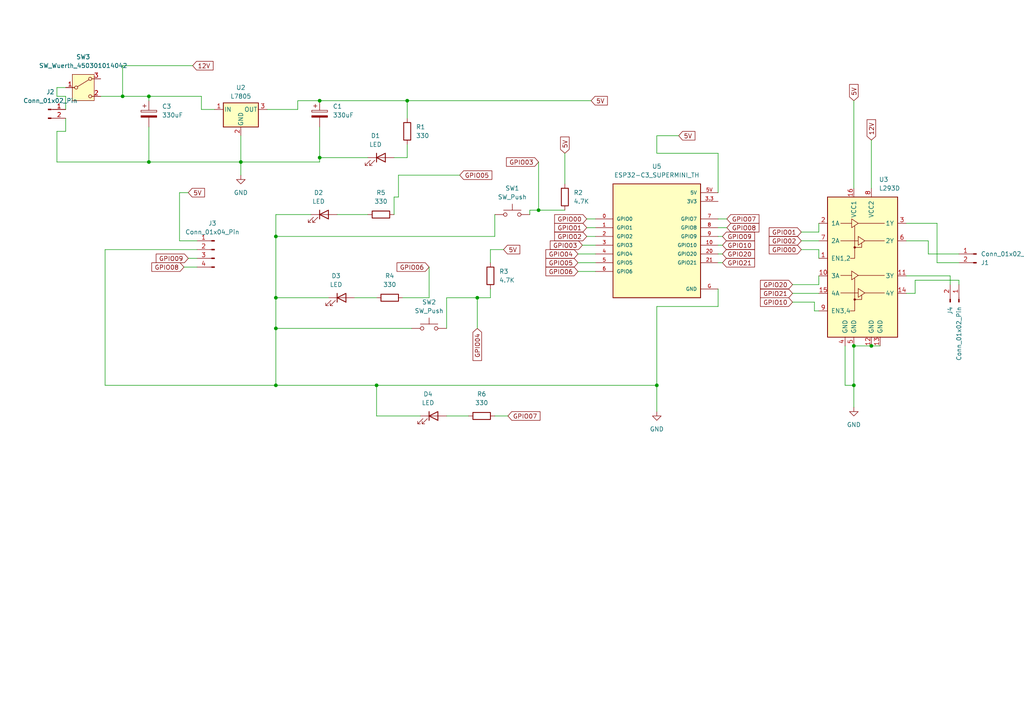
<source format=kicad_sch>
(kicad_sch (version 20231120) (generator "eeschema") (generator_version "8.0")
  (paper "A4")
  (lib_symbols
    (symbol "Connector:Conn_01x02_Pin" (pin_names (offset 1.016) hide)
      (property "Reference" "J" (at 0 2.54 0))
      (property "Value" "Conn_01x02_Pin" (at 0 -5.08 0))
      (symbol "Conn_01x02_Pin_1_1"
        (polyline (pts (xy 1.27 -2.54) (xy 0.8636 -2.54)) (stroke (width 0.1524)))
        (polyline (pts (xy 1.27 0) (xy 0.8636 0)) (stroke (width 0.1524)))
        (rectangle (start 0.8636 -2.413) (end 0 -2.667) (stroke (width 0.1524)) (fill (type outline)))
        (rectangle (start 0.8636 0.127) (end 0 -0.127) (stroke (width 0.1524)) (fill (type outline)))
        (pin passive line (at 5.08 0 180) (length 3.81) (name "Pin_1") (number "1"))
        (pin passive line (at 5.08 -2.54 180) (length 3.81) (name "Pin_2") (number "2"))
      )
    )
    (symbol "Connector:Conn_01x04_Pin" (pin_names (offset 1.016) hide)
      (property "Reference" "J" (at 0 5.08 0))
      (property "Value" "Conn_01x04_Pin" (at 0 -7.62 0))
      (symbol "Conn_01x04_Pin_1_1"
        (polyline (pts (xy 1.27 -5.08) (xy 0.8636 -5.08)) (stroke (width 0.1524)))
        (polyline (pts (xy 1.27 -2.54) (xy 0.8636 -2.54)) (stroke (width 0.1524)))
        (polyline (pts (xy 1.27 0) (xy 0.8636 0)) (stroke (width 0.1524)))
        (polyline (pts (xy 1.27 2.54) (xy 0.8636 2.54)) (stroke (width 0.1524)))
        (rectangle (start 0.8636 -4.953) (end 0 -5.207) (stroke (width 0.1524)) (fill (type outline)))
        (rectangle (start 0.8636 -2.413) (end 0 -2.667) (stroke (width 0.1524)) (fill (type outline)))
        (rectangle (start 0.8636 0.127) (end 0 -0.127) (stroke (width 0.1524)) (fill (type outline)))
        (rectangle (start 0.8636 2.667) (end 0 2.413) (stroke (width 0.1524)) (fill (type outline)))
        (pin passive line (at 5.08 2.54 180) (length 3.81) (name "Pin_1") (number "1"))
        (pin passive line (at 5.08 0 180) (length 3.81) (name "Pin_2") (number "2"))
        (pin passive line (at 5.08 -2.54 180) (length 3.81) (name "Pin_3") (number "3"))
        (pin passive line (at 5.08 -5.08 180) (length 3.81) (name "Pin_4") (number "4"))
      )
    )
    (symbol "Device:C_Polarized" (pin_numbers hide) (pin_names (offset 0.254))
      (property "Reference" "C" (at 0.635 2.54 0))
      (property "Value" "C_Polarized" (at 0.635 -2.54 0))
      (symbol "C_Polarized_0_1"
        (rectangle (start -2.286 0.508) (end 2.286 1.016))
        (polyline (pts (xy -1.778 2.286) (xy -0.762 2.286)))
        (polyline (pts (xy -1.27 2.794) (xy -1.27 1.778)))
        (rectangle (start 2.286 -0.508) (end -2.286 -1.016) (fill (type outline)))
      )
      (symbol "C_Polarized_1_1"
        (pin passive line (at 0 3.81 270) (length 2.794) (name "~") (number "1"))
        (pin passive line (at 0 -3.81 90) (length 2.794) (name "~") (number "2"))
      )
    )
    (symbol "Device:LED" (pin_numbers hide) (pin_names (offset 1.016) hide)
      (property "Reference" "D" (at 0 2.54 0))
      (property "Value" "LED" (at 0 -2.54 0))
      (symbol "LED_0_1"
        (polyline (pts (xy -1.27 -1.27) (xy -1.27 1.27)) (stroke (width 0.254)))
        (polyline (pts (xy -1.27 0) (xy 1.27 0)))
        (polyline (pts (xy 1.27 -1.27) (xy 1.27 1.27) (xy -1.27 0) (xy 1.27 -1.27)) (stroke (width 0.254)))
        (polyline (pts (xy -3.048 -0.762) (xy -4.572 -2.286) (xy -3.81 -2.286) (xy -4.572 -2.286) (xy -4.572 -1.524)))
        (polyline (pts (xy -1.778 -0.762) (xy -3.302 -2.286) (xy -2.54 -2.286) (xy -3.302 -2.286) (xy -3.302 -1.524)))
      )
      (symbol "LED_1_1"
        (pin passive line (at -3.81 0 0) (length 2.54) (name "K") (number "1"))
        (pin passive line (at 3.81 0 180) (length 2.54) (name "A") (number "2"))
      )
    )
    (symbol "Device:R" (pin_numbers hide) (pin_names (offset 0))
      (property "Reference" "R" (at 2.032 0 90))
      (property "Value" "R" (at 0 0 90))
      (symbol "R_0_1"
        (rectangle (start -1.016 -2.54) (end 1.016 2.54) (stroke (width 0.254)))
      )
      (symbol "R_1_1"
        (pin passive line (at 0 3.81 270) (length 1.27) (name "~") (number "1"))
        (pin passive line (at 0 -3.81 90) (length 1.27) (name "~") (number "2"))
      )
    )
    (symbol "Driver_Motor:L293D" (pin_names (offset 1.016))
      (property "Reference" "U" (at -5.08 26.035 0))
      (property "Value" "L293D" (at -5.08 24.13 0))
      (symbol "L293D_0_1"
        (rectangle (start -10.16 22.86) (end 10.16 -17.78) (stroke (width 0.254)) (fill (type background)))
        (circle (center -2.286 -6.858) (radius 0.254) (fill (type outline)))
        (circle (center -2.286 8.255) (radius 0.254) (fill (type outline)))
        (polyline (pts (xy -6.35 -4.953) (xy -1.27 -4.953)))
        (polyline (pts (xy -6.35 0.127) (xy -3.175 0.127)))
        (polyline (pts (xy -6.35 10.16) (xy -1.27 10.16)))
        (polyline (pts (xy -6.35 15.24) (xy -3.175 15.24)))
        (polyline (pts (xy -1.27 0.127) (xy 6.35 0.127)))
        (polyline (pts (xy -1.27 15.24) (xy 6.35 15.24)))
        (polyline (pts (xy 0.635 -4.953) (xy 6.35 -4.953)))
        (polyline (pts (xy 0.635 10.16) (xy 6.35 10.16)))
        (polyline (pts (xy -2.286 -6.858) (xy -0.254 -6.858) (xy -0.254 -5.588)))
        (polyline (pts (xy -2.286 -0.635) (xy -2.286 -10.16) (xy -3.556 -10.16)))
        (polyline (pts (xy -2.286 8.255) (xy -0.254 8.255) (xy -0.254 9.525)))
        (polyline (pts (xy -2.286 14.478) (xy -2.286 5.08) (xy -3.556 5.08)))
        (polyline (pts (xy -3.175 1.397) (xy -3.175 -1.143) (xy -1.27 0.127) (xy -3.175 1.397)))
        (polyline (pts (xy -3.175 16.51) (xy -3.175 13.97) (xy -1.27 15.24) (xy -3.175 16.51)))
        (polyline (pts (xy -1.27 -3.683) (xy -1.27 -6.223) (xy 0.635 -4.953) (xy -1.27 -3.683)))
        (polyline (pts (xy -1.27 11.43) (xy -1.27 8.89) (xy 0.635 10.16) (xy -1.27 11.43)))
      )
      (symbol "L293D_1_1"
        (pin input line (at -12.7 5.08 0) (length 2.54) (name "EN1,2") (number "1"))
        (pin input line (at -12.7 0 0) (length 2.54) (name "3A") (number "10"))
        (pin output line (at 12.7 0 180) (length 2.54) (name "3Y") (number "11"))
        (pin power_in line (at 2.54 -20.32 90) (length 2.54) (name "GND") (number "12"))
        (pin power_in line (at 5.08 -20.32 90) (length 2.54) (name "GND") (number "13"))
        (pin output line (at 12.7 -5.08 180) (length 2.54) (name "4Y") (number "14"))
        (pin input line (at -12.7 -5.08 0) (length 2.54) (name "4A") (number "15"))
        (pin power_in line (at -2.54 25.4 270) (length 2.54) (name "VCC1") (number "16"))
        (pin input line (at -12.7 15.24 0) (length 2.54) (name "1A") (number "2"))
        (pin output line (at 12.7 15.24 180) (length 2.54) (name "1Y") (number "3"))
        (pin power_in line (at -5.08 -20.32 90) (length 2.54) (name "GND") (number "4"))
        (pin power_in line (at -2.54 -20.32 90) (length 2.54) (name "GND") (number "5"))
        (pin output line (at 12.7 10.16 180) (length 2.54) (name "2Y") (number "6"))
        (pin input line (at -12.7 10.16 0) (length 2.54) (name "2A") (number "7"))
        (pin power_in line (at 2.54 25.4 270) (length 2.54) (name "VCC2") (number "8"))
        (pin input line (at -12.7 -10.16 0) (length 2.54) (name "EN3,4") (number "9"))
      )
    )
    (symbol "ESP32-C3_SUPERMINI_TH:ESP32-C3_SUPERMINI_TH" (pin_names (offset 1.016))
      (property "Reference" "U" (at -12.7 16.002 0))
      (property "Value" "ESP32-C3_SUPERMINI_TH" (at -12.7 -20.32 0))
      (symbol "ESP32-C3_SUPERMINI_TH_0_0"
        (rectangle (start -12.7 -17.78) (end 12.7 15.24) (stroke (width 0.254)) (fill (type background)))
        (pin bidirectional line (at -17.78 5.08 0) (length 5.08) (name "GPIO0") (number "0"))
        (pin bidirectional line (at -17.78 2.54 0) (length 5.08) (name "GPIO1") (number "1"))
        (pin bidirectional line (at 17.78 -2.54 180) (length 5.08) (name "GPIO10") (number "10"))
        (pin bidirectional line (at -17.78 0 0) (length 5.08) (name "GPIO2") (number "2"))
        (pin bidirectional line (at 17.78 -5.08 180) (length 5.08) (name "GPIO20") (number "20"))
        (pin bidirectional line (at 17.78 -7.62 180) (length 5.08) (name "GPIO21") (number "21"))
        (pin bidirectional line (at -17.78 -2.54 0) (length 5.08) (name "GPIO3") (number "3"))
        (pin power_in line (at 17.78 10.16 180) (length 5.08) (name "3V3") (number "3.3"))
        (pin bidirectional line (at -17.78 -5.08 0) (length 5.08) (name "GPIO4") (number "4"))
        (pin bidirectional line (at -17.78 -7.62 0) (length 5.08) (name "GPIO5") (number "5"))
        (pin power_in line (at 17.78 12.7 180) (length 5.08) (name "5V") (number "5V"))
        (pin bidirectional line (at -17.78 -10.16 0) (length 5.08) (name "GPIO6") (number "6"))
        (pin bidirectional line (at 17.78 5.08 180) (length 5.08) (name "GPIO7") (number "7"))
        (pin bidirectional line (at 17.78 2.54 180) (length 5.08) (name "GPIO8") (number "8"))
        (pin bidirectional line (at 17.78 0 180) (length 5.08) (name "GPIO9") (number "9"))
        (pin power_in line (at 17.78 -15.24 180) (length 5.08) (name "GND") (number "G"))
      )
    )
    (symbol "Regulator_Linear:L7805" (pin_names (offset 0.254))
      (property "Reference" "U" (at -3.81 3.175 0))
      (property "Value" "L7805" (at 0 3.175 0))
      (symbol "L7805_0_1"
        (rectangle (start -5.08 1.905) (end 5.08 -5.08) (stroke (width 0.254)) (fill (type background)))
      )
      (symbol "L7805_1_1"
        (pin power_in line (at -7.62 0 0) (length 2.54) (name "IN") (number "1"))
        (pin power_in line (at 0 -7.62 90) (length 2.54) (name "GND") (number "2"))
        (pin power_out line (at 7.62 0 180) (length 2.54) (name "OUT") (number "3"))
      )
    )
    (symbol "Switch:SW_Push" (pin_numbers hide) (pin_names (offset 1.016) hide)
      (property "Reference" "SW" (at 1.27 2.54 0))
      (property "Value" "SW_Push" (at 0 -1.524 0))
      (symbol "SW_Push_0_1"
        (circle (center -2.032 0) (radius 0.508))
        (polyline (pts (xy 0 1.27) (xy 0 3.048)))
        (polyline (pts (xy 2.54 1.27) (xy -2.54 1.27)))
        (circle (center 2.032 0) (radius 0.508))
        (pin passive line (at -5.08 0 0) (length 2.54) (name "1") (number "1"))
        (pin passive line (at 5.08 0 180) (length 2.54) (name "2") (number "2"))
      )
    )
    (symbol "Switch:SW_Wuerth_450301014042" (pin_names (offset 1) hide)
      (property "Reference" "SW" (at 0 5.08 0))
      (property "Value" "SW_Wuerth_450301014042" (at 0 -5.08 0))
      (symbol "SW_Wuerth_450301014042_0_1"
        (circle (center -2.032 0) (radius 0.4572))
        (polyline (pts (xy -1.651 0.254) (xy 1.651 2.286)))
        (circle (center 2.032 -2.54) (radius 0.4572))
        (circle (center 2.032 2.54) (radius 0.4572))
      )
      (symbol "SW_Wuerth_450301014042_1_1"
        (rectangle (start -3.175 3.81) (end 3.175 -3.81) (fill (type background)))
        (pin passive line (at -5.08 0 0) (length 2.54) (name "B") (number "1"))
        (pin passive line (at 5.08 -2.54 180) (length 2.54) (name "C") (number "2"))
        (pin passive line (at 5.08 2.54 180) (length 2.54) (name "A") (number "3"))
      )
    )
    (symbol "power:GND" (power) (pin_numbers hide) (pin_names (offset 0) hide)
      (property "Value" "GND" (at 0 -3.81 0))
      (symbol "GND_0_1"
        (polyline (pts (xy 0 0) (xy 0 -1.27) (xy 1.27 -1.27) (xy 0 -2.54) (xy -1.27 -1.27) (xy 0 -1.27)))
      )
      (symbol "GND_1_1"
        (pin power_in line (at 0 0 270) (length 0) (name "~") (number "1"))
      )
    )
  )
  (junction (at 247.65 100.33))
  (junction (at 80.01 68.58))
  (junction (at 69.85 46.99))
  (junction (at 109.22 111.76))
  (junction (at 80.01 86.36))
  (junction (at 118.11 29.21))
  (junction (at 43.18 27.94))
  (junction (at 80.01 111.76))
  (junction (at 156.21 60.96))
  (junction (at 35.56 27.94))
  (junction (at 92.71 29.21))
  (junction (at 247.65 111.76))
  (junction (at 92.71 45.72))
  (junction (at 43.18 46.99))
  (junction (at 80.01 95.25))
  (junction (at 190.5 111.76))
  (junction (at 252.73 100.33))
  (junction (at 138.43 86.36))
  (wire (pts (xy 262.89 80.01) (xy 275.59 80.01)))
  (wire (pts (xy 16.51 25.4) (xy 19.05 25.4)))
  (wire (pts (xy 69.85 46.99) (xy 69.85 50.8)))
  (wire (pts (xy 167.64 78.74) (xy 172.72 78.74)))
  (wire (pts (xy 80.01 95.25) (xy 80.01 111.76)))
  (wire (pts (xy 208.28 73.66) (xy 209.55 73.66)))
  (wire (pts (xy 269.24 69.85) (xy 262.89 69.85)))
  (wire (pts (xy 275.59 80.01) (xy 275.59 82.55)))
  (wire (pts (xy 143.51 120.65) (xy 147.32 120.65)))
  (wire (pts (xy 80.01 86.36) (xy 95.25 86.36)))
  (wire (pts (xy 54.61 74.93) (xy 57.15 74.93)))
  (wire (pts (xy 92.71 29.21) (xy 118.11 29.21)))
  (wire (pts (xy 124.46 86.36) (xy 116.84 86.36)))
  (wire (pts (xy 170.18 68.58) (xy 172.72 68.58)))
  (wire (pts (xy 271.78 76.2) (xy 278.13 76.2)))
  (wire (pts (xy 115.57 50.8) (xy 115.57 57.15)))
  (wire (pts (xy 262.89 64.77) (xy 271.78 64.77)))
  (wire (pts (xy 118.11 29.21) (xy 118.11 34.29)))
  (wire (pts (xy 208.28 71.12) (xy 209.55 71.12)))
  (wire (pts (xy 80.01 68.58) (xy 80.01 86.36)))
  (wire (pts (xy 190.5 88.9) (xy 190.5 111.76)))
  (wire (pts (xy 80.01 62.23) (xy 80.01 68.58)))
  (wire (pts (xy 92.71 36.83) (xy 92.71 45.72)))
  (wire (pts (xy 208.28 88.9) (xy 190.5 88.9)))
  (wire (pts (xy 208.28 55.88) (xy 208.28 44.45)))
  (wire (pts (xy 252.73 40.64) (xy 252.73 54.61)))
  (wire (pts (xy 109.22 111.76) (xy 190.5 111.76)))
  (wire (pts (xy 35.56 19.05) (xy 35.56 27.94)))
  (wire (pts (xy 208.28 68.58) (xy 209.55 68.58)))
  (wire (pts (xy 58.42 27.94) (xy 58.42 31.75)))
  (wire (pts (xy 30.48 72.39) (xy 30.48 111.76)))
  (wire (pts (xy 252.73 100.33) (xy 255.27 100.33)))
  (wire (pts (xy 109.22 120.65) (xy 109.22 111.76)))
  (wire (pts (xy 247.65 111.76) (xy 247.65 118.11)))
  (wire (pts (xy 80.01 68.58) (xy 143.51 68.58)))
  (wire (pts (xy 237.49 80.01) (xy 237.49 82.55)))
  (wire (pts (xy 190.5 111.76) (xy 190.5 119.38)))
  (wire (pts (xy 232.41 72.39) (xy 237.49 72.39)))
  (wire (pts (xy 52.07 55.88) (xy 52.07 69.85)))
  (wire (pts (xy 271.78 64.77) (xy 271.78 76.2)))
  (wire (pts (xy 265.43 81.28) (xy 278.13 81.28)))
  (wire (pts (xy 16.51 38.1) (xy 16.51 46.99)))
  (wire (pts (xy 115.57 50.8) (xy 133.35 50.8)))
  (wire (pts (xy 124.46 77.47) (xy 124.46 86.36)))
  (wire (pts (xy 90.17 62.23) (xy 80.01 62.23)))
  (wire (pts (xy 80.01 111.76) (xy 109.22 111.76)))
  (wire (pts (xy 262.89 85.09) (xy 265.43 85.09)))
  (wire (pts (xy 114.3 57.15) (xy 114.3 62.23)))
  (wire (pts (xy 229.87 85.09) (xy 237.49 85.09)))
  (wire (pts (xy 163.83 44.45) (xy 163.83 53.34)))
  (wire (pts (xy 156.21 60.96) (xy 163.83 60.96)))
  (wire (pts (xy 247.65 29.21) (xy 247.65 54.61)))
  (wire (pts (xy 69.85 46.99) (xy 69.85 39.37)))
  (wire (pts (xy 92.71 45.72) (xy 106.68 45.72)))
  (wire (pts (xy 43.18 27.94) (xy 43.18 29.21)))
  (wire (pts (xy 129.54 86.36) (xy 129.54 95.25)))
  (wire (pts (xy 142.24 86.36) (xy 138.43 86.36)))
  (wire (pts (xy 92.71 45.72) (xy 92.71 46.99)))
  (wire (pts (xy 245.11 111.76) (xy 247.65 111.76)))
  (wire (pts (xy 58.42 31.75) (xy 62.23 31.75)))
  (wire (pts (xy 236.22 90.17) (xy 236.22 87.63)))
  (wire (pts (xy 35.56 27.94) (xy 43.18 27.94)))
  (wire (pts (xy 237.49 74.93) (xy 237.49 72.39)))
  (wire (pts (xy 142.24 72.39) (xy 142.24 76.2)))
  (wire (pts (xy 229.87 82.55) (xy 237.49 82.55)))
  (wire (pts (xy 118.11 45.72) (xy 114.3 45.72)))
  (wire (pts (xy 247.65 100.33) (xy 252.73 100.33)))
  (wire (pts (xy 278.13 73.66) (xy 269.24 73.66)))
  (wire (pts (xy 52.07 55.88) (xy 54.61 55.88)))
  (wire (pts (xy 167.64 76.2) (xy 172.72 76.2)))
  (wire (pts (xy 129.54 120.65) (xy 135.89 120.65)))
  (wire (pts (xy 237.49 64.77) (xy 237.49 67.31)))
  (wire (pts (xy 143.51 62.23) (xy 143.51 68.58)))
  (wire (pts (xy 80.01 86.36) (xy 80.01 95.25)))
  (wire (pts (xy 43.18 46.99) (xy 69.85 46.99)))
  (wire (pts (xy 138.43 86.36) (xy 138.43 95.25)))
  (wire (pts (xy 170.18 63.5) (xy 172.72 63.5)))
  (wire (pts (xy 19.05 31.75) (xy 19.05 27.94)))
  (wire (pts (xy 237.49 67.31) (xy 232.41 67.31)))
  (wire (pts (xy 278.13 81.28) (xy 278.13 82.55)))
  (wire (pts (xy 168.91 71.12) (xy 172.72 71.12)))
  (wire (pts (xy 232.41 69.85) (xy 237.49 69.85)))
  (wire (pts (xy 16.51 46.99) (xy 43.18 46.99)))
  (wire (pts (xy 118.11 29.21) (xy 171.45 29.21)))
  (wire (pts (xy 167.64 73.66) (xy 172.72 73.66)))
  (wire (pts (xy 170.18 66.04) (xy 172.72 66.04)))
  (wire (pts (xy 142.24 72.39) (xy 146.05 72.39)))
  (wire (pts (xy 80.01 95.25) (xy 119.38 95.25)))
  (wire (pts (xy 97.79 62.23) (xy 106.68 62.23)))
  (wire (pts (xy 121.92 120.65) (xy 109.22 120.65)))
  (wire (pts (xy 190.5 39.37) (xy 196.85 39.37)))
  (wire (pts (xy 43.18 27.94) (xy 58.42 27.94)))
  (wire (pts (xy 86.36 31.75) (xy 86.36 29.21)))
  (wire (pts (xy 269.24 69.85) (xy 269.24 73.66)))
  (wire (pts (xy 53.34 77.47) (xy 57.15 77.47)))
  (wire (pts (xy 115.57 57.15) (xy 114.3 57.15)))
  (wire (pts (xy 142.24 83.82) (xy 142.24 86.36)))
  (wire (pts (xy 208.28 83.82) (xy 208.28 88.9)))
  (wire (pts (xy 129.54 86.36) (xy 138.43 86.36)))
  (wire (pts (xy 102.87 86.36) (xy 109.22 86.36)))
  (wire (pts (xy 86.36 29.21) (xy 92.71 29.21)))
  (wire (pts (xy 35.56 19.05) (xy 55.88 19.05)))
  (wire (pts (xy 19.05 38.1) (xy 16.51 38.1)))
  (wire (pts (xy 229.87 87.63) (xy 236.22 87.63)))
  (wire (pts (xy 247.65 111.76) (xy 247.65 100.33)))
  (wire (pts (xy 92.71 46.99) (xy 69.85 46.99)))
  (wire (pts (xy 30.48 72.39) (xy 57.15 72.39)))
  (wire (pts (xy 208.28 76.2) (xy 209.55 76.2)))
  (wire (pts (xy 153.67 60.96) (xy 153.67 62.23)))
  (wire (pts (xy 77.47 31.75) (xy 86.36 31.75)))
  (wire (pts (xy 153.67 60.96) (xy 156.21 60.96)))
  (wire (pts (xy 30.48 111.76) (xy 80.01 111.76)))
  (wire (pts (xy 16.51 27.94) (xy 16.51 25.4)))
  (wire (pts (xy 237.49 90.17) (xy 236.22 90.17)))
  (wire (pts (xy 52.07 69.85) (xy 57.15 69.85)))
  (wire (pts (xy 118.11 41.91) (xy 118.11 45.72)))
  (wire (pts (xy 208.28 66.04) (xy 210.82 66.04)))
  (wire (pts (xy 245.11 100.33) (xy 245.11 111.76)))
  (wire (pts (xy 208.28 44.45) (xy 190.5 44.45)))
  (wire (pts (xy 190.5 44.45) (xy 190.5 39.37)))
  (wire (pts (xy 19.05 27.94) (xy 16.51 27.94)))
  (wire (pts (xy 19.05 34.29) (xy 19.05 38.1)))
  (wire (pts (xy 29.21 27.94) (xy 35.56 27.94)))
  (wire (pts (xy 208.28 63.5) (xy 210.82 63.5)))
  (wire (pts (xy 156.21 46.99) (xy 156.21 60.96)))
  (wire (pts (xy 43.18 36.83) (xy 43.18 46.99)))
  (wire (pts (xy 265.43 85.09) (xy 265.43 81.28)))
  (global_label "GPIO01" (shape input) (at 232.41 67.31 180) (property "Intersheetrefs" "${INTERSHEET_REFS}" (effects (hide yes))))
  (global_label "GPIO07" (shape input) (at 210.82 63.5 0) (property "Intersheetrefs" "${INTERSHEET_REFS}" (effects (hide yes))))
  (global_label "GPIO20" (shape input) (at 229.87 82.55 180) (property "Intersheetrefs" "${INTERSHEET_REFS}" (effects (hide yes))))
  (global_label "5V" (shape input) (at 247.65 29.21 90) (property "Intersheetrefs" "${INTERSHEET_REFS}" (effects (hide yes))))
  (global_label "GPIO03" (shape input) (at 168.91 71.12 180) (property "Intersheetrefs" "${INTERSHEET_REFS}" (effects (hide yes))))
  (global_label "GPIO00" (shape input) (at 170.18 63.5 180) (property "Intersheetrefs" "${INTERSHEET_REFS}" (effects (hide yes))))
  (global_label "GPIO08" (shape input) (at 53.34 77.47 180) (property "Intersheetrefs" "${INTERSHEET_REFS}" (effects (hide yes))))
  (global_label "GPIO00" (shape input) (at 232.41 72.39 180) (property "Intersheetrefs" "${INTERSHEET_REFS}" (effects (hide yes))))
  (global_label "5V" (shape input) (at 54.61 55.88 0) (property "Intersheetrefs" "${INTERSHEET_REFS}" (effects (hide yes))))
  (global_label "GPIO09" (shape input) (at 209.55 68.58 0) (property "Intersheetrefs" "${INTERSHEET_REFS}" (effects (hide yes))))
  (global_label "5V" (shape input) (at 146.05 72.39 0) (property "Intersheetrefs" "${INTERSHEET_REFS}" (effects (hide yes))))
  (global_label "GPIO07" (shape input) (at 147.32 120.65 0) (property "Intersheetrefs" "${INTERSHEET_REFS}" (effects (hide yes))))
  (global_label "GPIO06" (shape input) (at 167.64 78.74 180) (property "Intersheetrefs" "${INTERSHEET_REFS}" (effects (hide yes))))
  (global_label "GPIO02" (shape input) (at 232.41 69.85 180) (property "Intersheetrefs" "${INTERSHEET_REFS}" (effects (hide yes))))
  (global_label "GPIO04" (shape input) (at 138.43 95.25 270) (property "Intersheetrefs" "${INTERSHEET_REFS}" (effects (hide yes))))
  (global_label "GPIO21" (shape input) (at 229.87 85.09 180) (property "Intersheetrefs" "${INTERSHEET_REFS}" (effects (hide yes))))
  (global_label "GPIO10" (shape input) (at 229.87 87.63 180) (property "Intersheetrefs" "${INTERSHEET_REFS}" (effects (hide yes))))
  (global_label "GPIO03" (shape input) (at 156.21 46.99 180) (property "Intersheetrefs" "${INTERSHEET_REFS}" (effects (hide yes))))
  (global_label "5V" (shape input) (at 163.83 44.45 90) (property "Intersheetrefs" "${INTERSHEET_REFS}" (effects (hide yes))))
  (global_label "GPIO02" (shape input) (at 170.18 68.58 180) (property "Intersheetrefs" "${INTERSHEET_REFS}" (effects (hide yes))))
  (global_label "GPIO10" (shape input) (at 209.55 71.12 0) (property "Intersheetrefs" "${INTERSHEET_REFS}" (effects (hide yes))))
  (global_label "GPIO09" (shape input) (at 54.61 74.93 180) (property "Intersheetrefs" "${INTERSHEET_REFS}" (effects (hide yes))))
  (global_label "GPIO04" (shape input) (at 167.64 73.66 180) (property "Intersheetrefs" "${INTERSHEET_REFS}" (effects (hide yes))))
  (global_label "GPIO01" (shape input) (at 170.18 66.04 180) (property "Intersheetrefs" "${INTERSHEET_REFS}" (effects (hide yes))))
  (global_label "GPIO20" (shape input) (at 209.55 73.66 0) (property "Intersheetrefs" "${INTERSHEET_REFS}" (effects (hide yes))))
  (global_label "12V" (shape input) (at 55.88 19.05 0) (property "Intersheetrefs" "${INTERSHEET_REFS}" (effects (hide yes))))
  (global_label "5V" (shape input) (at 171.45 29.21 0) (property "Intersheetrefs" "${INTERSHEET_REFS}" (effects (hide yes))))
  (global_label "GPIO05" (shape input) (at 167.64 76.2 180) (property "Intersheetrefs" "${INTERSHEET_REFS}" (effects (hide yes))))
  (global_label "GPIO06" (shape input) (at 124.46 77.47 180) (property "Intersheetrefs" "${INTERSHEET_REFS}" (effects (hide yes))))
  (global_label "5V" (shape input) (at 196.85 39.37 0) (property "Intersheetrefs" "${INTERSHEET_REFS}" (effects (hide yes))))
  (global_label "GPIO05" (shape input) (at 133.35 50.8 0) (property "Intersheetrefs" "${INTERSHEET_REFS}" (effects (hide yes))))
  (global_label "GPIO08" (shape input) (at 210.82 66.04 0) (property "Intersheetrefs" "${INTERSHEET_REFS}" (effects (hide yes))))
  (global_label "12V" (shape input) (at 252.73 40.64 90) (property "Intersheetrefs" "${INTERSHEET_REFS}" (effects (hide yes))))
  (global_label "GPIO21" (shape input) (at 209.55 76.2 0) (property "Intersheetrefs" "${INTERSHEET_REFS}" (effects (hide yes))))
  (symbol (lib_id "Connector:Conn_01x02_Pin") (at 283.21 73.66 0) (mirror y) (unit 1)
    (property "Reference" "J1" (at 284.48 76.2001 0) (effects (justify right)))
    (property "Value" "Conn_01x02_Pin" (at 284.48 73.6601 0) (effects (justify right)))
    (property "Footprint" "Connector_JST:JST_XH_B2B-XH-A_1x02_P2.50mm_Vertical" (effects (hide yes)))
    (property "Description" "Generic connector, single row, 01x02, script generated" (effects (hide yes)))
  )
  (symbol (lib_id "Switch:SW_Push") (at 148.59 62.23 0) (unit 1)
    (property "Reference" "SW1" (at 148.59 54.61 0))
    (property "Value" "SW_Push" (at 148.59 57.15 0))
    (property "Footprint" "Button_Switch_THT:SW_TH_Tactile_Omron_B3F-10xx" (effects (hide yes)))
    (property "Description" "Push button switch, generic, two pins" (effects (hide yes)))
  )
  (symbol (lib_id "Device:LED") (at 125.73 120.65 0) (unit 1)
    (property "Reference" "D4" (at 124.1425 114.3 0))
    (property "Value" "LED" (at 124.1425 116.84 0))
    (property "Footprint" "LED_THT:LED_D3.0mm" (effects (hide yes)))
    (property "Description" "Light emitting diode" (effects (hide yes)))
  )
  (symbol (lib_id "Device:R") (at 110.49 62.23 270) (unit 1)
    (property "Reference" "R5" (at 110.49 55.88 90))
    (property "Value" "330" (at 110.49 58.42 90))
    (property "Footprint" "Resistor_THT:R_Axial_DIN0207_L6.3mm_D2.5mm_P10.16mm_Horizontal" (effects (hide yes)))
    (property "Description" "Resistor" (effects (hide yes)))
  )
  (symbol (lib_id "Device:LED") (at 110.49 45.72 0) (unit 1)
    (property "Reference" "D1" (at 108.9025 39.37 0))
    (property "Value" "LED" (at 108.9025 41.91 0))
    (property "Footprint" "LED_THT:LED_D3.0mm" (effects (hide yes)))
    (property "Description" "Light emitting diode" (effects (hide yes)))
  )
  (symbol (lib_id "Connector:Conn_01x02_Pin") (at 278.13 87.63 270) (mirror x) (unit 1)
    (property "Reference" "J4" (at 275.5899 88.9 0) (effects (justify right)))
    (property "Value" "Conn_01x02_Pin" (at 278.1299 88.9 0) (effects (justify right)))
    (property "Footprint" "Connector_JST:JST_XH_B2B-XH-A_1x02_P2.50mm_Vertical" (effects (hide yes)))
    (property "Description" "Generic connector, single row, 01x02, script generated" (effects (hide yes)))
  )
  (symbol (lib_id "Connector:Conn_01x04_Pin") (at 62.23 72.39 0) (mirror y) (unit 1)
    (property "Reference" "J3" (at 61.595 64.77 0))
    (property "Value" "Conn_01x04_Pin" (at 61.595 67.31 0))
    (property "Footprint" "Connector_PinHeader_2.54mm:PinHeader_1x04_P2.54mm_Vertical" (effects (hide yes)))
    (property "Description" "Generic connector, single row, 01x04, script generated" (effects (hide yes)))
  )
  (symbol (lib_id "Driver_Motor:L293D") (at 250.19 80.01 0) (unit 1)
    (property "Reference" "U3" (at 254.9241 52.07 0) (effects (justify left)))
    (property "Value" "L293D" (at 254.9241 54.61 0) (effects (justify left)))
    (property "Footprint" "Package_DIP:DIP-16_W7.62mm" (effects (hide yes)))
    (property "Datasheet" "http://www.ti.com/lit/ds/symlink/l293.pdf" (effects (hide yes)))
    (property "Description" "Quadruple Half-H Drivers" (effects (hide yes)))
  )
  (symbol (lib_id "power:GND") (at 247.65 118.11 0) (unit 1)
    (property "Reference" "#PWR03" (effects (hide yes)))
    (property "Value" "GND" (at 247.65 123.19 0))
    (property "Description" "Power symbol creates a global label with name \"GND\" , ground" (effects (hide yes)))
  )
  (symbol (lib_id "Device:LED") (at 99.06 86.36 0) (unit 1)
    (property "Reference" "D3" (at 97.4725 80.01 0))
    (property "Value" "LED" (at 97.4725 82.55 0))
    (property "Footprint" "LED_THT:LED_D3.0mm" (effects (hide yes)))
    (property "Description" "Light emitting diode" (effects (hide yes)))
  )
  (symbol (lib_id "Device:R") (at 163.83 57.15 0) (unit 1)
    (property "Reference" "R2" (at 166.37 55.8799 0) (effects (justify left)))
    (property "Value" "4.7K" (at 166.37 58.4199 0) (effects (justify left)))
    (property "Footprint" "Resistor_THT:R_Axial_DIN0207_L6.3mm_D2.5mm_P10.16mm_Horizontal" (effects (hide yes)))
    (property "Description" "Resistor" (effects (hide yes)))
  )
  (symbol (lib_id "Connector:Conn_01x02_Pin") (at 13.97 31.75 0) (unit 1)
    (property "Reference" "J2" (at 14.605 26.67 0))
    (property "Value" "Conn_01x02_Pin" (at 14.605 29.21 0))
    (property "Footprint" "Connector_JST:JST_XH_B2B-XH-A_1x02_P2.50mm_Vertical" (effects (hide yes)))
    (property "Description" "Generic connector, single row, 01x02, script generated" (effects (hide yes)))
  )
  (symbol (lib_id "Device:R") (at 113.03 86.36 270) (unit 1)
    (property "Reference" "R4" (at 113.03 80.01 90))
    (property "Value" "330" (at 113.03 82.55 90))
    (property "Footprint" "Resistor_THT:R_Axial_DIN0207_L6.3mm_D2.5mm_P10.16mm_Horizontal" (effects (hide yes)))
    (property "Description" "Resistor" (effects (hide yes)))
  )
  (symbol (lib_id "Switch:SW_Push") (at 124.46 95.25 0) (unit 1)
    (property "Reference" "SW2" (at 124.46 87.63 0))
    (property "Value" "SW_Push" (at 124.46 90.17 0))
    (property "Footprint" "Button_Switch_THT:SW_TH_Tactile_Omron_B3F-10xx" (effects (hide yes)))
    (property "Description" "Push button switch, generic, two pins" (effects (hide yes)))
  )
  (symbol (lib_id "power:GND") (at 69.85 50.8 0) (unit 1)
    (property "Reference" "#PWR01" (effects (hide yes)))
    (property "Value" "GND" (at 69.85 55.88 0))
    (property "Description" "Power symbol creates a global label with name \"GND\" , ground" (effects (hide yes)))
  )
  (symbol (lib_id "ESP32-C3_SUPERMINI_TH:ESP32-C3_SUPERMINI_TH") (at 190.5 68.58 0) (unit 1)
    (property "Reference" "U5" (at 190.5 48.26 0))
    (property "Value" "ESP32-C3_SUPERMINI_TH" (at 190.5 50.8 0))
    (property "Footprint" "ESP32-C3_SUPERMINI_TH:MODULE_ESP32-C3_SUPERMINI" (effects (hide yes)))
    (property "MF" "Espressif Systems" (effects (hide yes)))
    (property "MAXIMUM_PACKAGE_HEIGHT" "4.2mm" (effects (hide yes)))
    (property "Package" "Package" (effects (hide yes)))
    (property "Price" "None" (effects (hide yes)))
    (property "Check_prices" "https://www.snapeda.com/parts/ESP32-C3%20SuperMini_TH/Espressif+Systems/view-part/?ref=eda" (effects (hide yes)))
    (property "STANDARD" "Manufacturer Recommendations" (effects (hide yes)))
    (property "SnapEDA_Link" "https://www.snapeda.com/parts/ESP32-C3%20SuperMini_TH/Espressif+Systems/view-part/?ref=snap" (effects (hide yes)))
    (property "MP" "ESP32-C3 SuperMini_TH" (effects (hide yes)))
    (property "Description_1" "\n                        \n                            Super tiny ESP32-C3 board\n                        \n" (effects (hide yes)))
    (property "Availability" "Not in stock" (effects (hide yes)))
    (property "MANUFACTURER" "Espressif" (effects (hide yes)))
  )
  (symbol (lib_id "power:GND") (at 190.5 119.38 0) (unit 1)
    (property "Reference" "#PWR02" (effects (hide yes)))
    (property "Value" "GND" (at 190.5 124.46 0))
    (property "Description" "Power symbol creates a global label with name \"GND\" , ground" (effects (hide yes)))
  )
  (symbol (lib_id "Regulator_Linear:L7805") (at 69.85 31.75 0) (unit 1)
    (property "Reference" "U2" (at 69.85 25.4 0))
    (property "Value" "L7805" (at 69.85 27.94 0))
    (property "Footprint" "Package_TO_SOT_THT:TO-220-3_Vertical" (effects (hide yes)))
    (property "Datasheet" "http://www.st.com/content/ccc/resource/technical/document/datasheet/41/4f/b3/b0/12/d4/47/88/CD00000444.pdf/files/CD00000444.pdf/jcr:content/translations/en.CD00000444.pdf" (effects (hide yes)))
    (property "Description" "Positive 1.5A 35V Linear Regulator, Fixed Output 5V, TO-220/TO-263/TO-252" (effects (hide yes)))
  )
  (symbol (lib_id "Device:C_Polarized") (at 92.71 33.02 0) (unit 1)
    (property "Reference" "C1" (at 96.52 30.8609 0) (effects (justify left)))
    (property "Value" "330uF" (at 96.52 33.4009 0) (effects (justify left)))
    (property "Footprint" "Capacitor_THT:CP_Radial_D6.3mm_P2.50mm" (effects (hide yes)))
    (property "Description" "Polarized capacitor" (effects (hide yes)))
  )
  (symbol (lib_id "Device:C_Polarized") (at 43.18 33.02 0) (unit 1)
    (property "Reference" "C3" (at 46.99 30.8609 0) (effects (justify left)))
    (property "Value" "330uF" (at 46.99 33.4009 0) (effects (justify left)))
    (property "Footprint" "Capacitor_THT:CP_Radial_D6.3mm_P2.50mm" (effects (hide yes)))
    (property "Description" "Polarized capacitor" (effects (hide yes)))
  )
  (symbol (lib_id "Device:R") (at 142.24 80.01 0) (unit 1)
    (property "Reference" "R3" (at 144.78 78.7399 0) (effects (justify left)))
    (property "Value" "4.7K" (at 144.78 81.2799 0) (effects (justify left)))
    (property "Footprint" "Resistor_THT:R_Axial_DIN0207_L6.3mm_D2.5mm_P10.16mm_Horizontal" (effects (hide yes)))
    (property "Description" "Resistor" (effects (hide yes)))
  )
  (symbol (lib_id "Switch:SW_Wuerth_450301014042") (at 24.13 25.4 0) (unit 1)
    (property "Reference" "SW3" (at 24.13 16.51 0))
    (property "Value" "SW_Wuerth_450301014042" (at 24.13 19.05 0))
    (property "Footprint" "Button_Switch_THT:SW_Slide-03_Wuerth-WS-SLTV_10x2.5x6.4_P2.54mm" (effects (hide yes)))
    (property "Datasheet" "https://www.we-online.com/components/products/datasheet/450301014042.pdf" (effects (hide yes)))
    (property "Description" "Switch slide, single pole double throw" (effects (hide yes)))
  )
  (symbol (lib_id "Device:R") (at 139.7 120.65 270) (unit 1)
    (property "Reference" "R6" (at 139.7 114.3 90))
    (property "Value" "330" (at 139.7 116.84 90))
    (property "Footprint" "Resistor_THT:R_Axial_DIN0207_L6.3mm_D2.5mm_P10.16mm_Horizontal" (effects (hide yes)))
    (property "Description" "Resistor" (effects (hide yes)))
  )
  (symbol (lib_id "Device:LED") (at 93.98 62.23 0) (unit 1)
    (property "Reference" "D2" (at 92.3925 55.88 0))
    (property "Value" "LED" (at 92.3925 58.42 0))
    (property "Footprint" "LED_THT:LED_D3.0mm" (effects (hide yes)))
    (property "Description" "Light emitting diode" (effects (hide yes)))
  )
  (symbol (lib_id "Device:R") (at 118.11 38.1 0) (unit 1)
    (property "Reference" "R1" (at 120.65 36.8299 0) (effects (justify left)))
    (property "Value" "330" (at 120.65 39.3699 0) (effects (justify left)))
    (property "Footprint" "Resistor_THT:R_Axial_DIN0207_L6.3mm_D2.5mm_P10.16mm_Horizontal" (effects (hide yes)))
    (property "Description" "Resistor" (effects (hide yes)))
  )
)
</source>
